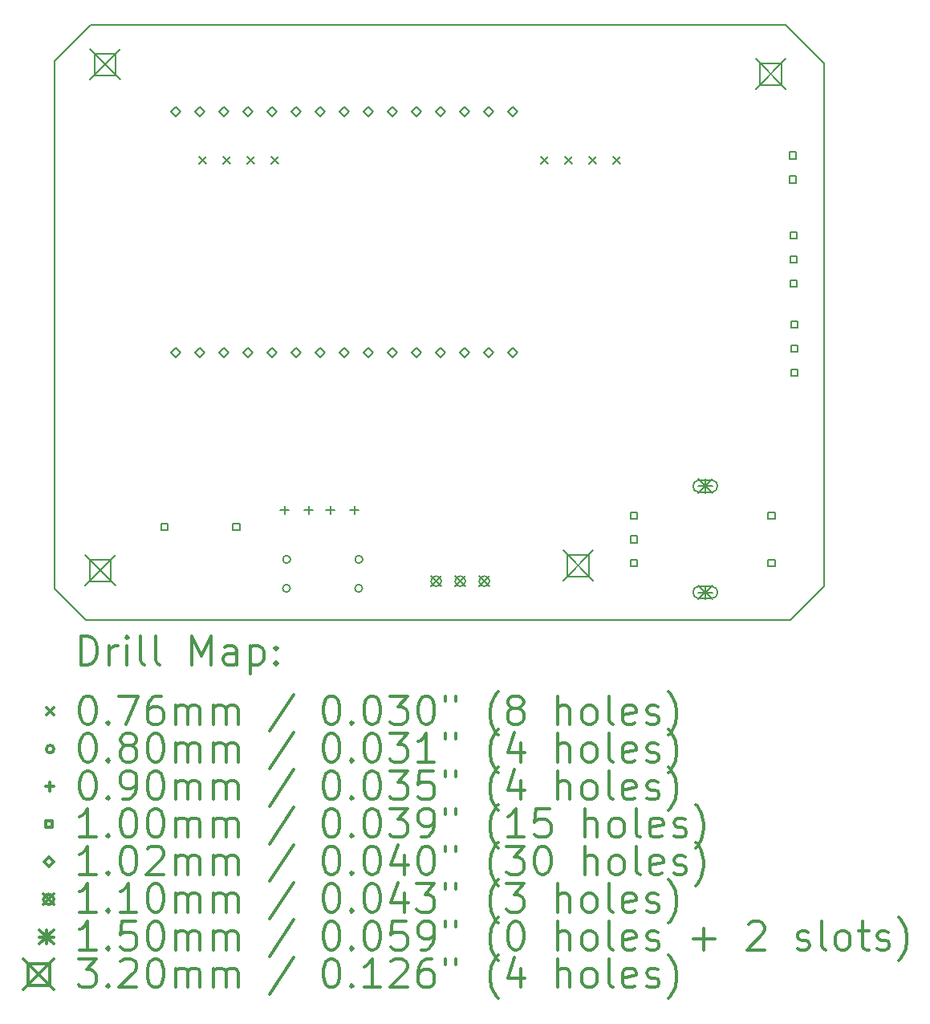
<source format=gbr>
%FSLAX45Y45*%
G04 Gerber Fmt 4.5, Leading zero omitted, Abs format (unit mm)*
G04 Created by KiCad (PCBNEW (5.0.2)-1) date 08/16/24 20:28:11*
%MOMM*%
%LPD*%
G01*
G04 APERTURE LIST*
%ADD10C,0.150000*%
%ADD11C,0.200000*%
%ADD12C,0.300000*%
G04 APERTURE END LIST*
D10*
X17392650Y-14274800D02*
X16916400Y-14274800D01*
X17741900Y-13925550D02*
X17392650Y-14274800D01*
X17741900Y-8407400D02*
X17741900Y-13925550D01*
X17335500Y-8001000D02*
X17741900Y-8407400D01*
X17221200Y-8001000D02*
X17335500Y-8001000D01*
X16814800Y-8001000D02*
X17221200Y-8001000D01*
X9626600Y-8382000D02*
X10007600Y-8001000D01*
X9626600Y-13944600D02*
X9626600Y-8382000D01*
X9956800Y-14274800D02*
X9626600Y-13944600D01*
X16916400Y-14274800D02*
X9956800Y-14274800D01*
X10007600Y-8001000D02*
X16814800Y-8001000D01*
D11*
X14757400Y-9391650D02*
X14833600Y-9467850D01*
X14833600Y-9391650D02*
X14757400Y-9467850D01*
X15011400Y-9391650D02*
X15087600Y-9467850D01*
X15087600Y-9391650D02*
X15011400Y-9467850D01*
X15265400Y-9391650D02*
X15341600Y-9467850D01*
X15341600Y-9391650D02*
X15265400Y-9467850D01*
X15519400Y-9391650D02*
X15595600Y-9467850D01*
X15595600Y-9391650D02*
X15519400Y-9467850D01*
X11150226Y-9389244D02*
X11226426Y-9465444D01*
X11226426Y-9389244D02*
X11150226Y-9465444D01*
X11404226Y-9389244D02*
X11480426Y-9465444D01*
X11480426Y-9389244D02*
X11404226Y-9465444D01*
X11658226Y-9389244D02*
X11734426Y-9465444D01*
X11734426Y-9389244D02*
X11658226Y-9465444D01*
X11912226Y-9389244D02*
X11988426Y-9465444D01*
X11988426Y-9389244D02*
X11912226Y-9465444D01*
X12112620Y-13944319D02*
G75*
G03X12112620Y-13944319I-40000J0D01*
G01*
X12874620Y-13944319D02*
G75*
G03X12874620Y-13944319I-40000J0D01*
G01*
X12114906Y-13639265D02*
G75*
G03X12114906Y-13639265I-40000J0D01*
G01*
X12876906Y-13639265D02*
G75*
G03X12876906Y-13639265I-40000J0D01*
G01*
X12052300Y-13074100D02*
X12052300Y-13164100D01*
X12007300Y-13119100D02*
X12097300Y-13119100D01*
X12306300Y-13074100D02*
X12306300Y-13164100D01*
X12261300Y-13119100D02*
X12351300Y-13119100D01*
X12534900Y-13074100D02*
X12534900Y-13164100D01*
X12489900Y-13119100D02*
X12579900Y-13119100D01*
X12788900Y-13074100D02*
X12788900Y-13164100D01*
X12743900Y-13119100D02*
X12833900Y-13119100D01*
X10818672Y-13330224D02*
X10818672Y-13259512D01*
X10747960Y-13259512D01*
X10747960Y-13330224D01*
X10818672Y-13330224D01*
X11578672Y-13330224D02*
X11578672Y-13259512D01*
X11507960Y-13259512D01*
X11507960Y-13330224D01*
X11578672Y-13330224D01*
X17466106Y-11198656D02*
X17466106Y-11127944D01*
X17395394Y-11127944D01*
X17395394Y-11198656D01*
X17466106Y-11198656D01*
X17466106Y-11452656D02*
X17466106Y-11381944D01*
X17395394Y-11381944D01*
X17395394Y-11452656D01*
X17466106Y-11452656D01*
X17466106Y-11706656D02*
X17466106Y-11635944D01*
X17395394Y-11635944D01*
X17395394Y-11706656D01*
X17466106Y-11706656D01*
X15777006Y-13211606D02*
X15777006Y-13140894D01*
X15706294Y-13140894D01*
X15706294Y-13211606D01*
X15777006Y-13211606D01*
X15777006Y-13461606D02*
X15777006Y-13390894D01*
X15706294Y-13390894D01*
X15706294Y-13461606D01*
X15777006Y-13461606D01*
X15777006Y-13711606D02*
X15777006Y-13640894D01*
X15706294Y-13640894D01*
X15706294Y-13711606D01*
X15777006Y-13711606D01*
X17227006Y-13211606D02*
X17227006Y-13140894D01*
X17156294Y-13140894D01*
X17156294Y-13211606D01*
X17227006Y-13211606D01*
X17227006Y-13711606D02*
X17227006Y-13640894D01*
X17156294Y-13640894D01*
X17156294Y-13711606D01*
X17227006Y-13711606D01*
X17453406Y-9414306D02*
X17453406Y-9343594D01*
X17382694Y-9343594D01*
X17382694Y-9414306D01*
X17453406Y-9414306D01*
X17453406Y-9668306D02*
X17453406Y-9597594D01*
X17382694Y-9597594D01*
X17382694Y-9668306D01*
X17453406Y-9668306D01*
X17459756Y-10258856D02*
X17459756Y-10188144D01*
X17389044Y-10188144D01*
X17389044Y-10258856D01*
X17459756Y-10258856D01*
X17459756Y-10512856D02*
X17459756Y-10442144D01*
X17389044Y-10442144D01*
X17389044Y-10512856D01*
X17459756Y-10512856D01*
X17459756Y-10766856D02*
X17459756Y-10696144D01*
X17389044Y-10696144D01*
X17389044Y-10766856D01*
X17459756Y-10766856D01*
X10907200Y-8966400D02*
X10958200Y-8915400D01*
X10907200Y-8864400D01*
X10856200Y-8915400D01*
X10907200Y-8966400D01*
X10907200Y-11506400D02*
X10958200Y-11455400D01*
X10907200Y-11404400D01*
X10856200Y-11455400D01*
X10907200Y-11506400D01*
X11161200Y-8966400D02*
X11212200Y-8915400D01*
X11161200Y-8864400D01*
X11110200Y-8915400D01*
X11161200Y-8966400D01*
X11161200Y-11506400D02*
X11212200Y-11455400D01*
X11161200Y-11404400D01*
X11110200Y-11455400D01*
X11161200Y-11506400D01*
X11415200Y-8966400D02*
X11466200Y-8915400D01*
X11415200Y-8864400D01*
X11364200Y-8915400D01*
X11415200Y-8966400D01*
X11415200Y-11506400D02*
X11466200Y-11455400D01*
X11415200Y-11404400D01*
X11364200Y-11455400D01*
X11415200Y-11506400D01*
X11669200Y-8966400D02*
X11720200Y-8915400D01*
X11669200Y-8864400D01*
X11618200Y-8915400D01*
X11669200Y-8966400D01*
X11669200Y-11506400D02*
X11720200Y-11455400D01*
X11669200Y-11404400D01*
X11618200Y-11455400D01*
X11669200Y-11506400D01*
X11923200Y-8966400D02*
X11974200Y-8915400D01*
X11923200Y-8864400D01*
X11872200Y-8915400D01*
X11923200Y-8966400D01*
X11923200Y-11506400D02*
X11974200Y-11455400D01*
X11923200Y-11404400D01*
X11872200Y-11455400D01*
X11923200Y-11506400D01*
X12177200Y-8966400D02*
X12228200Y-8915400D01*
X12177200Y-8864400D01*
X12126200Y-8915400D01*
X12177200Y-8966400D01*
X12177200Y-11506400D02*
X12228200Y-11455400D01*
X12177200Y-11404400D01*
X12126200Y-11455400D01*
X12177200Y-11506400D01*
X12431200Y-8966400D02*
X12482200Y-8915400D01*
X12431200Y-8864400D01*
X12380200Y-8915400D01*
X12431200Y-8966400D01*
X12431200Y-11506400D02*
X12482200Y-11455400D01*
X12431200Y-11404400D01*
X12380200Y-11455400D01*
X12431200Y-11506400D01*
X12685200Y-8966400D02*
X12736200Y-8915400D01*
X12685200Y-8864400D01*
X12634200Y-8915400D01*
X12685200Y-8966400D01*
X12685200Y-11506400D02*
X12736200Y-11455400D01*
X12685200Y-11404400D01*
X12634200Y-11455400D01*
X12685200Y-11506400D01*
X12939200Y-8966400D02*
X12990200Y-8915400D01*
X12939200Y-8864400D01*
X12888200Y-8915400D01*
X12939200Y-8966400D01*
X12939200Y-11506400D02*
X12990200Y-11455400D01*
X12939200Y-11404400D01*
X12888200Y-11455400D01*
X12939200Y-11506400D01*
X13193200Y-8966400D02*
X13244200Y-8915400D01*
X13193200Y-8864400D01*
X13142200Y-8915400D01*
X13193200Y-8966400D01*
X13193200Y-11506400D02*
X13244200Y-11455400D01*
X13193200Y-11404400D01*
X13142200Y-11455400D01*
X13193200Y-11506400D01*
X13447200Y-8966400D02*
X13498200Y-8915400D01*
X13447200Y-8864400D01*
X13396200Y-8915400D01*
X13447200Y-8966400D01*
X13447200Y-11506400D02*
X13498200Y-11455400D01*
X13447200Y-11404400D01*
X13396200Y-11455400D01*
X13447200Y-11506400D01*
X13701200Y-8966400D02*
X13752200Y-8915400D01*
X13701200Y-8864400D01*
X13650200Y-8915400D01*
X13701200Y-8966400D01*
X13701200Y-11506400D02*
X13752200Y-11455400D01*
X13701200Y-11404400D01*
X13650200Y-11455400D01*
X13701200Y-11506400D01*
X13955200Y-8966400D02*
X14006200Y-8915400D01*
X13955200Y-8864400D01*
X13904200Y-8915400D01*
X13955200Y-8966400D01*
X13955200Y-11506400D02*
X14006200Y-11455400D01*
X13955200Y-11404400D01*
X13904200Y-11455400D01*
X13955200Y-11506400D01*
X14209200Y-8966400D02*
X14260200Y-8915400D01*
X14209200Y-8864400D01*
X14158200Y-8915400D01*
X14209200Y-8966400D01*
X14209200Y-11506400D02*
X14260200Y-11455400D01*
X14209200Y-11404400D01*
X14158200Y-11455400D01*
X14209200Y-11506400D01*
X14463200Y-8966400D02*
X14514200Y-8915400D01*
X14463200Y-8864400D01*
X14412200Y-8915400D01*
X14463200Y-8966400D01*
X14463200Y-11506400D02*
X14514200Y-11455400D01*
X14463200Y-11404400D01*
X14412200Y-11455400D01*
X14463200Y-11506400D01*
X13597500Y-13813400D02*
X13707500Y-13923400D01*
X13707500Y-13813400D02*
X13597500Y-13923400D01*
X13707500Y-13868400D02*
G75*
G03X13707500Y-13868400I-55000J0D01*
G01*
X13851500Y-13813400D02*
X13961500Y-13923400D01*
X13961500Y-13813400D02*
X13851500Y-13923400D01*
X13961500Y-13868400D02*
G75*
G03X13961500Y-13868400I-55000J0D01*
G01*
X14105500Y-13813400D02*
X14215500Y-13923400D01*
X14215500Y-13813400D02*
X14105500Y-13923400D01*
X14215500Y-13868400D02*
G75*
G03X14215500Y-13868400I-55000J0D01*
G01*
X16416650Y-12791250D02*
X16566650Y-12941250D01*
X16566650Y-12791250D02*
X16416650Y-12941250D01*
X16491650Y-12791250D02*
X16491650Y-12941250D01*
X16416650Y-12866250D02*
X16566650Y-12866250D01*
X16426650Y-12931250D02*
X16556650Y-12931250D01*
X16426650Y-12801250D02*
X16556650Y-12801250D01*
X16556650Y-12931250D02*
G75*
G03X16556650Y-12801250I0J65000D01*
G01*
X16426650Y-12801250D02*
G75*
G03X16426650Y-12931250I0J-65000D01*
G01*
X16416650Y-13911250D02*
X16566650Y-14061250D01*
X16566650Y-13911250D02*
X16416650Y-14061250D01*
X16491650Y-13911250D02*
X16491650Y-14061250D01*
X16416650Y-13986250D02*
X16566650Y-13986250D01*
X16426650Y-14051250D02*
X16556650Y-14051250D01*
X16426650Y-13921250D02*
X16556650Y-13921250D01*
X16556650Y-14051250D02*
G75*
G03X16556650Y-13921250I0J65000D01*
G01*
X16426650Y-13921250D02*
G75*
G03X16426650Y-14051250I0J-65000D01*
G01*
X9949200Y-13594100D02*
X10269200Y-13914100D01*
X10269200Y-13594100D02*
X9949200Y-13914100D01*
X10222338Y-13867238D02*
X10222338Y-13640962D01*
X9996062Y-13640962D01*
X9996062Y-13867238D01*
X10222338Y-13867238D01*
X17023100Y-8361700D02*
X17343100Y-8681700D01*
X17343100Y-8361700D02*
X17023100Y-8681700D01*
X17296238Y-8634838D02*
X17296238Y-8408562D01*
X17069962Y-8408562D01*
X17069962Y-8634838D01*
X17296238Y-8634838D01*
X10000000Y-8260100D02*
X10320000Y-8580100D01*
X10320000Y-8260100D02*
X10000000Y-8580100D01*
X10273138Y-8533238D02*
X10273138Y-8306962D01*
X10046862Y-8306962D01*
X10046862Y-8533238D01*
X10273138Y-8533238D01*
X14991100Y-13543300D02*
X15311100Y-13863300D01*
X15311100Y-13543300D02*
X14991100Y-13863300D01*
X15264238Y-13816438D02*
X15264238Y-13590162D01*
X15037962Y-13590162D01*
X15037962Y-13816438D01*
X15264238Y-13816438D01*
D12*
X9905528Y-14748014D02*
X9905528Y-14448014D01*
X9976957Y-14448014D01*
X10019814Y-14462300D01*
X10048386Y-14490871D01*
X10062671Y-14519443D01*
X10076957Y-14576586D01*
X10076957Y-14619443D01*
X10062671Y-14676586D01*
X10048386Y-14705157D01*
X10019814Y-14733729D01*
X9976957Y-14748014D01*
X9905528Y-14748014D01*
X10205528Y-14748014D02*
X10205528Y-14548014D01*
X10205528Y-14605157D02*
X10219814Y-14576586D01*
X10234100Y-14562300D01*
X10262671Y-14548014D01*
X10291243Y-14548014D01*
X10391243Y-14748014D02*
X10391243Y-14548014D01*
X10391243Y-14448014D02*
X10376957Y-14462300D01*
X10391243Y-14476586D01*
X10405528Y-14462300D01*
X10391243Y-14448014D01*
X10391243Y-14476586D01*
X10576957Y-14748014D02*
X10548386Y-14733729D01*
X10534100Y-14705157D01*
X10534100Y-14448014D01*
X10734100Y-14748014D02*
X10705528Y-14733729D01*
X10691243Y-14705157D01*
X10691243Y-14448014D01*
X11076957Y-14748014D02*
X11076957Y-14448014D01*
X11176957Y-14662300D01*
X11276957Y-14448014D01*
X11276957Y-14748014D01*
X11548386Y-14748014D02*
X11548386Y-14590871D01*
X11534100Y-14562300D01*
X11505528Y-14548014D01*
X11448386Y-14548014D01*
X11419814Y-14562300D01*
X11548386Y-14733729D02*
X11519814Y-14748014D01*
X11448386Y-14748014D01*
X11419814Y-14733729D01*
X11405528Y-14705157D01*
X11405528Y-14676586D01*
X11419814Y-14648014D01*
X11448386Y-14633729D01*
X11519814Y-14633729D01*
X11548386Y-14619443D01*
X11691243Y-14548014D02*
X11691243Y-14848014D01*
X11691243Y-14562300D02*
X11719814Y-14548014D01*
X11776957Y-14548014D01*
X11805528Y-14562300D01*
X11819814Y-14576586D01*
X11834100Y-14605157D01*
X11834100Y-14690871D01*
X11819814Y-14719443D01*
X11805528Y-14733729D01*
X11776957Y-14748014D01*
X11719814Y-14748014D01*
X11691243Y-14733729D01*
X11962671Y-14719443D02*
X11976957Y-14733729D01*
X11962671Y-14748014D01*
X11948386Y-14733729D01*
X11962671Y-14719443D01*
X11962671Y-14748014D01*
X11962671Y-14562300D02*
X11976957Y-14576586D01*
X11962671Y-14590871D01*
X11948386Y-14576586D01*
X11962671Y-14562300D01*
X11962671Y-14590871D01*
X9542900Y-15204200D02*
X9619100Y-15280400D01*
X9619100Y-15204200D02*
X9542900Y-15280400D01*
X9962671Y-15078014D02*
X9991243Y-15078014D01*
X10019814Y-15092300D01*
X10034100Y-15106586D01*
X10048386Y-15135157D01*
X10062671Y-15192300D01*
X10062671Y-15263729D01*
X10048386Y-15320871D01*
X10034100Y-15349443D01*
X10019814Y-15363729D01*
X9991243Y-15378014D01*
X9962671Y-15378014D01*
X9934100Y-15363729D01*
X9919814Y-15349443D01*
X9905528Y-15320871D01*
X9891243Y-15263729D01*
X9891243Y-15192300D01*
X9905528Y-15135157D01*
X9919814Y-15106586D01*
X9934100Y-15092300D01*
X9962671Y-15078014D01*
X10191243Y-15349443D02*
X10205528Y-15363729D01*
X10191243Y-15378014D01*
X10176957Y-15363729D01*
X10191243Y-15349443D01*
X10191243Y-15378014D01*
X10305528Y-15078014D02*
X10505528Y-15078014D01*
X10376957Y-15378014D01*
X10748386Y-15078014D02*
X10691243Y-15078014D01*
X10662671Y-15092300D01*
X10648386Y-15106586D01*
X10619814Y-15149443D01*
X10605528Y-15206586D01*
X10605528Y-15320871D01*
X10619814Y-15349443D01*
X10634100Y-15363729D01*
X10662671Y-15378014D01*
X10719814Y-15378014D01*
X10748386Y-15363729D01*
X10762671Y-15349443D01*
X10776957Y-15320871D01*
X10776957Y-15249443D01*
X10762671Y-15220871D01*
X10748386Y-15206586D01*
X10719814Y-15192300D01*
X10662671Y-15192300D01*
X10634100Y-15206586D01*
X10619814Y-15220871D01*
X10605528Y-15249443D01*
X10905528Y-15378014D02*
X10905528Y-15178014D01*
X10905528Y-15206586D02*
X10919814Y-15192300D01*
X10948386Y-15178014D01*
X10991243Y-15178014D01*
X11019814Y-15192300D01*
X11034100Y-15220871D01*
X11034100Y-15378014D01*
X11034100Y-15220871D02*
X11048386Y-15192300D01*
X11076957Y-15178014D01*
X11119814Y-15178014D01*
X11148386Y-15192300D01*
X11162671Y-15220871D01*
X11162671Y-15378014D01*
X11305528Y-15378014D02*
X11305528Y-15178014D01*
X11305528Y-15206586D02*
X11319814Y-15192300D01*
X11348386Y-15178014D01*
X11391243Y-15178014D01*
X11419814Y-15192300D01*
X11434100Y-15220871D01*
X11434100Y-15378014D01*
X11434100Y-15220871D02*
X11448386Y-15192300D01*
X11476957Y-15178014D01*
X11519814Y-15178014D01*
X11548386Y-15192300D01*
X11562671Y-15220871D01*
X11562671Y-15378014D01*
X12148386Y-15063729D02*
X11891243Y-15449443D01*
X12534100Y-15078014D02*
X12562671Y-15078014D01*
X12591243Y-15092300D01*
X12605528Y-15106586D01*
X12619814Y-15135157D01*
X12634100Y-15192300D01*
X12634100Y-15263729D01*
X12619814Y-15320871D01*
X12605528Y-15349443D01*
X12591243Y-15363729D01*
X12562671Y-15378014D01*
X12534100Y-15378014D01*
X12505528Y-15363729D01*
X12491243Y-15349443D01*
X12476957Y-15320871D01*
X12462671Y-15263729D01*
X12462671Y-15192300D01*
X12476957Y-15135157D01*
X12491243Y-15106586D01*
X12505528Y-15092300D01*
X12534100Y-15078014D01*
X12762671Y-15349443D02*
X12776957Y-15363729D01*
X12762671Y-15378014D01*
X12748386Y-15363729D01*
X12762671Y-15349443D01*
X12762671Y-15378014D01*
X12962671Y-15078014D02*
X12991243Y-15078014D01*
X13019814Y-15092300D01*
X13034100Y-15106586D01*
X13048386Y-15135157D01*
X13062671Y-15192300D01*
X13062671Y-15263729D01*
X13048386Y-15320871D01*
X13034100Y-15349443D01*
X13019814Y-15363729D01*
X12991243Y-15378014D01*
X12962671Y-15378014D01*
X12934100Y-15363729D01*
X12919814Y-15349443D01*
X12905528Y-15320871D01*
X12891243Y-15263729D01*
X12891243Y-15192300D01*
X12905528Y-15135157D01*
X12919814Y-15106586D01*
X12934100Y-15092300D01*
X12962671Y-15078014D01*
X13162671Y-15078014D02*
X13348386Y-15078014D01*
X13248386Y-15192300D01*
X13291243Y-15192300D01*
X13319814Y-15206586D01*
X13334100Y-15220871D01*
X13348386Y-15249443D01*
X13348386Y-15320871D01*
X13334100Y-15349443D01*
X13319814Y-15363729D01*
X13291243Y-15378014D01*
X13205528Y-15378014D01*
X13176957Y-15363729D01*
X13162671Y-15349443D01*
X13534100Y-15078014D02*
X13562671Y-15078014D01*
X13591243Y-15092300D01*
X13605528Y-15106586D01*
X13619814Y-15135157D01*
X13634100Y-15192300D01*
X13634100Y-15263729D01*
X13619814Y-15320871D01*
X13605528Y-15349443D01*
X13591243Y-15363729D01*
X13562671Y-15378014D01*
X13534100Y-15378014D01*
X13505528Y-15363729D01*
X13491243Y-15349443D01*
X13476957Y-15320871D01*
X13462671Y-15263729D01*
X13462671Y-15192300D01*
X13476957Y-15135157D01*
X13491243Y-15106586D01*
X13505528Y-15092300D01*
X13534100Y-15078014D01*
X13748386Y-15078014D02*
X13748386Y-15135157D01*
X13862671Y-15078014D02*
X13862671Y-15135157D01*
X14305528Y-15492300D02*
X14291243Y-15478014D01*
X14262671Y-15435157D01*
X14248386Y-15406586D01*
X14234100Y-15363729D01*
X14219814Y-15292300D01*
X14219814Y-15235157D01*
X14234100Y-15163729D01*
X14248386Y-15120871D01*
X14262671Y-15092300D01*
X14291243Y-15049443D01*
X14305528Y-15035157D01*
X14462671Y-15206586D02*
X14434100Y-15192300D01*
X14419814Y-15178014D01*
X14405528Y-15149443D01*
X14405528Y-15135157D01*
X14419814Y-15106586D01*
X14434100Y-15092300D01*
X14462671Y-15078014D01*
X14519814Y-15078014D01*
X14548386Y-15092300D01*
X14562671Y-15106586D01*
X14576957Y-15135157D01*
X14576957Y-15149443D01*
X14562671Y-15178014D01*
X14548386Y-15192300D01*
X14519814Y-15206586D01*
X14462671Y-15206586D01*
X14434100Y-15220871D01*
X14419814Y-15235157D01*
X14405528Y-15263729D01*
X14405528Y-15320871D01*
X14419814Y-15349443D01*
X14434100Y-15363729D01*
X14462671Y-15378014D01*
X14519814Y-15378014D01*
X14548386Y-15363729D01*
X14562671Y-15349443D01*
X14576957Y-15320871D01*
X14576957Y-15263729D01*
X14562671Y-15235157D01*
X14548386Y-15220871D01*
X14519814Y-15206586D01*
X14934100Y-15378014D02*
X14934100Y-15078014D01*
X15062671Y-15378014D02*
X15062671Y-15220871D01*
X15048386Y-15192300D01*
X15019814Y-15178014D01*
X14976957Y-15178014D01*
X14948386Y-15192300D01*
X14934100Y-15206586D01*
X15248386Y-15378014D02*
X15219814Y-15363729D01*
X15205528Y-15349443D01*
X15191243Y-15320871D01*
X15191243Y-15235157D01*
X15205528Y-15206586D01*
X15219814Y-15192300D01*
X15248386Y-15178014D01*
X15291243Y-15178014D01*
X15319814Y-15192300D01*
X15334100Y-15206586D01*
X15348386Y-15235157D01*
X15348386Y-15320871D01*
X15334100Y-15349443D01*
X15319814Y-15363729D01*
X15291243Y-15378014D01*
X15248386Y-15378014D01*
X15519814Y-15378014D02*
X15491243Y-15363729D01*
X15476957Y-15335157D01*
X15476957Y-15078014D01*
X15748386Y-15363729D02*
X15719814Y-15378014D01*
X15662671Y-15378014D01*
X15634100Y-15363729D01*
X15619814Y-15335157D01*
X15619814Y-15220871D01*
X15634100Y-15192300D01*
X15662671Y-15178014D01*
X15719814Y-15178014D01*
X15748386Y-15192300D01*
X15762671Y-15220871D01*
X15762671Y-15249443D01*
X15619814Y-15278014D01*
X15876957Y-15363729D02*
X15905528Y-15378014D01*
X15962671Y-15378014D01*
X15991243Y-15363729D01*
X16005528Y-15335157D01*
X16005528Y-15320871D01*
X15991243Y-15292300D01*
X15962671Y-15278014D01*
X15919814Y-15278014D01*
X15891243Y-15263729D01*
X15876957Y-15235157D01*
X15876957Y-15220871D01*
X15891243Y-15192300D01*
X15919814Y-15178014D01*
X15962671Y-15178014D01*
X15991243Y-15192300D01*
X16105528Y-15492300D02*
X16119814Y-15478014D01*
X16148386Y-15435157D01*
X16162671Y-15406586D01*
X16176957Y-15363729D01*
X16191243Y-15292300D01*
X16191243Y-15235157D01*
X16176957Y-15163729D01*
X16162671Y-15120871D01*
X16148386Y-15092300D01*
X16119814Y-15049443D01*
X16105528Y-15035157D01*
X9619100Y-15638300D02*
G75*
G03X9619100Y-15638300I-40000J0D01*
G01*
X9962671Y-15474014D02*
X9991243Y-15474014D01*
X10019814Y-15488300D01*
X10034100Y-15502586D01*
X10048386Y-15531157D01*
X10062671Y-15588300D01*
X10062671Y-15659729D01*
X10048386Y-15716871D01*
X10034100Y-15745443D01*
X10019814Y-15759729D01*
X9991243Y-15774014D01*
X9962671Y-15774014D01*
X9934100Y-15759729D01*
X9919814Y-15745443D01*
X9905528Y-15716871D01*
X9891243Y-15659729D01*
X9891243Y-15588300D01*
X9905528Y-15531157D01*
X9919814Y-15502586D01*
X9934100Y-15488300D01*
X9962671Y-15474014D01*
X10191243Y-15745443D02*
X10205528Y-15759729D01*
X10191243Y-15774014D01*
X10176957Y-15759729D01*
X10191243Y-15745443D01*
X10191243Y-15774014D01*
X10376957Y-15602586D02*
X10348386Y-15588300D01*
X10334100Y-15574014D01*
X10319814Y-15545443D01*
X10319814Y-15531157D01*
X10334100Y-15502586D01*
X10348386Y-15488300D01*
X10376957Y-15474014D01*
X10434100Y-15474014D01*
X10462671Y-15488300D01*
X10476957Y-15502586D01*
X10491243Y-15531157D01*
X10491243Y-15545443D01*
X10476957Y-15574014D01*
X10462671Y-15588300D01*
X10434100Y-15602586D01*
X10376957Y-15602586D01*
X10348386Y-15616871D01*
X10334100Y-15631157D01*
X10319814Y-15659729D01*
X10319814Y-15716871D01*
X10334100Y-15745443D01*
X10348386Y-15759729D01*
X10376957Y-15774014D01*
X10434100Y-15774014D01*
X10462671Y-15759729D01*
X10476957Y-15745443D01*
X10491243Y-15716871D01*
X10491243Y-15659729D01*
X10476957Y-15631157D01*
X10462671Y-15616871D01*
X10434100Y-15602586D01*
X10676957Y-15474014D02*
X10705528Y-15474014D01*
X10734100Y-15488300D01*
X10748386Y-15502586D01*
X10762671Y-15531157D01*
X10776957Y-15588300D01*
X10776957Y-15659729D01*
X10762671Y-15716871D01*
X10748386Y-15745443D01*
X10734100Y-15759729D01*
X10705528Y-15774014D01*
X10676957Y-15774014D01*
X10648386Y-15759729D01*
X10634100Y-15745443D01*
X10619814Y-15716871D01*
X10605528Y-15659729D01*
X10605528Y-15588300D01*
X10619814Y-15531157D01*
X10634100Y-15502586D01*
X10648386Y-15488300D01*
X10676957Y-15474014D01*
X10905528Y-15774014D02*
X10905528Y-15574014D01*
X10905528Y-15602586D02*
X10919814Y-15588300D01*
X10948386Y-15574014D01*
X10991243Y-15574014D01*
X11019814Y-15588300D01*
X11034100Y-15616871D01*
X11034100Y-15774014D01*
X11034100Y-15616871D02*
X11048386Y-15588300D01*
X11076957Y-15574014D01*
X11119814Y-15574014D01*
X11148386Y-15588300D01*
X11162671Y-15616871D01*
X11162671Y-15774014D01*
X11305528Y-15774014D02*
X11305528Y-15574014D01*
X11305528Y-15602586D02*
X11319814Y-15588300D01*
X11348386Y-15574014D01*
X11391243Y-15574014D01*
X11419814Y-15588300D01*
X11434100Y-15616871D01*
X11434100Y-15774014D01*
X11434100Y-15616871D02*
X11448386Y-15588300D01*
X11476957Y-15574014D01*
X11519814Y-15574014D01*
X11548386Y-15588300D01*
X11562671Y-15616871D01*
X11562671Y-15774014D01*
X12148386Y-15459729D02*
X11891243Y-15845443D01*
X12534100Y-15474014D02*
X12562671Y-15474014D01*
X12591243Y-15488300D01*
X12605528Y-15502586D01*
X12619814Y-15531157D01*
X12634100Y-15588300D01*
X12634100Y-15659729D01*
X12619814Y-15716871D01*
X12605528Y-15745443D01*
X12591243Y-15759729D01*
X12562671Y-15774014D01*
X12534100Y-15774014D01*
X12505528Y-15759729D01*
X12491243Y-15745443D01*
X12476957Y-15716871D01*
X12462671Y-15659729D01*
X12462671Y-15588300D01*
X12476957Y-15531157D01*
X12491243Y-15502586D01*
X12505528Y-15488300D01*
X12534100Y-15474014D01*
X12762671Y-15745443D02*
X12776957Y-15759729D01*
X12762671Y-15774014D01*
X12748386Y-15759729D01*
X12762671Y-15745443D01*
X12762671Y-15774014D01*
X12962671Y-15474014D02*
X12991243Y-15474014D01*
X13019814Y-15488300D01*
X13034100Y-15502586D01*
X13048386Y-15531157D01*
X13062671Y-15588300D01*
X13062671Y-15659729D01*
X13048386Y-15716871D01*
X13034100Y-15745443D01*
X13019814Y-15759729D01*
X12991243Y-15774014D01*
X12962671Y-15774014D01*
X12934100Y-15759729D01*
X12919814Y-15745443D01*
X12905528Y-15716871D01*
X12891243Y-15659729D01*
X12891243Y-15588300D01*
X12905528Y-15531157D01*
X12919814Y-15502586D01*
X12934100Y-15488300D01*
X12962671Y-15474014D01*
X13162671Y-15474014D02*
X13348386Y-15474014D01*
X13248386Y-15588300D01*
X13291243Y-15588300D01*
X13319814Y-15602586D01*
X13334100Y-15616871D01*
X13348386Y-15645443D01*
X13348386Y-15716871D01*
X13334100Y-15745443D01*
X13319814Y-15759729D01*
X13291243Y-15774014D01*
X13205528Y-15774014D01*
X13176957Y-15759729D01*
X13162671Y-15745443D01*
X13634100Y-15774014D02*
X13462671Y-15774014D01*
X13548386Y-15774014D02*
X13548386Y-15474014D01*
X13519814Y-15516871D01*
X13491243Y-15545443D01*
X13462671Y-15559729D01*
X13748386Y-15474014D02*
X13748386Y-15531157D01*
X13862671Y-15474014D02*
X13862671Y-15531157D01*
X14305528Y-15888300D02*
X14291243Y-15874014D01*
X14262671Y-15831157D01*
X14248386Y-15802586D01*
X14234100Y-15759729D01*
X14219814Y-15688300D01*
X14219814Y-15631157D01*
X14234100Y-15559729D01*
X14248386Y-15516871D01*
X14262671Y-15488300D01*
X14291243Y-15445443D01*
X14305528Y-15431157D01*
X14548386Y-15574014D02*
X14548386Y-15774014D01*
X14476957Y-15459729D02*
X14405528Y-15674014D01*
X14591243Y-15674014D01*
X14934100Y-15774014D02*
X14934100Y-15474014D01*
X15062671Y-15774014D02*
X15062671Y-15616871D01*
X15048386Y-15588300D01*
X15019814Y-15574014D01*
X14976957Y-15574014D01*
X14948386Y-15588300D01*
X14934100Y-15602586D01*
X15248386Y-15774014D02*
X15219814Y-15759729D01*
X15205528Y-15745443D01*
X15191243Y-15716871D01*
X15191243Y-15631157D01*
X15205528Y-15602586D01*
X15219814Y-15588300D01*
X15248386Y-15574014D01*
X15291243Y-15574014D01*
X15319814Y-15588300D01*
X15334100Y-15602586D01*
X15348386Y-15631157D01*
X15348386Y-15716871D01*
X15334100Y-15745443D01*
X15319814Y-15759729D01*
X15291243Y-15774014D01*
X15248386Y-15774014D01*
X15519814Y-15774014D02*
X15491243Y-15759729D01*
X15476957Y-15731157D01*
X15476957Y-15474014D01*
X15748386Y-15759729D02*
X15719814Y-15774014D01*
X15662671Y-15774014D01*
X15634100Y-15759729D01*
X15619814Y-15731157D01*
X15619814Y-15616871D01*
X15634100Y-15588300D01*
X15662671Y-15574014D01*
X15719814Y-15574014D01*
X15748386Y-15588300D01*
X15762671Y-15616871D01*
X15762671Y-15645443D01*
X15619814Y-15674014D01*
X15876957Y-15759729D02*
X15905528Y-15774014D01*
X15962671Y-15774014D01*
X15991243Y-15759729D01*
X16005528Y-15731157D01*
X16005528Y-15716871D01*
X15991243Y-15688300D01*
X15962671Y-15674014D01*
X15919814Y-15674014D01*
X15891243Y-15659729D01*
X15876957Y-15631157D01*
X15876957Y-15616871D01*
X15891243Y-15588300D01*
X15919814Y-15574014D01*
X15962671Y-15574014D01*
X15991243Y-15588300D01*
X16105528Y-15888300D02*
X16119814Y-15874014D01*
X16148386Y-15831157D01*
X16162671Y-15802586D01*
X16176957Y-15759729D01*
X16191243Y-15688300D01*
X16191243Y-15631157D01*
X16176957Y-15559729D01*
X16162671Y-15516871D01*
X16148386Y-15488300D01*
X16119814Y-15445443D01*
X16105528Y-15431157D01*
X9574100Y-15989300D02*
X9574100Y-16079300D01*
X9529100Y-16034300D02*
X9619100Y-16034300D01*
X9962671Y-15870014D02*
X9991243Y-15870014D01*
X10019814Y-15884300D01*
X10034100Y-15898586D01*
X10048386Y-15927157D01*
X10062671Y-15984300D01*
X10062671Y-16055729D01*
X10048386Y-16112871D01*
X10034100Y-16141443D01*
X10019814Y-16155729D01*
X9991243Y-16170014D01*
X9962671Y-16170014D01*
X9934100Y-16155729D01*
X9919814Y-16141443D01*
X9905528Y-16112871D01*
X9891243Y-16055729D01*
X9891243Y-15984300D01*
X9905528Y-15927157D01*
X9919814Y-15898586D01*
X9934100Y-15884300D01*
X9962671Y-15870014D01*
X10191243Y-16141443D02*
X10205528Y-16155729D01*
X10191243Y-16170014D01*
X10176957Y-16155729D01*
X10191243Y-16141443D01*
X10191243Y-16170014D01*
X10348386Y-16170014D02*
X10405528Y-16170014D01*
X10434100Y-16155729D01*
X10448386Y-16141443D01*
X10476957Y-16098586D01*
X10491243Y-16041443D01*
X10491243Y-15927157D01*
X10476957Y-15898586D01*
X10462671Y-15884300D01*
X10434100Y-15870014D01*
X10376957Y-15870014D01*
X10348386Y-15884300D01*
X10334100Y-15898586D01*
X10319814Y-15927157D01*
X10319814Y-15998586D01*
X10334100Y-16027157D01*
X10348386Y-16041443D01*
X10376957Y-16055729D01*
X10434100Y-16055729D01*
X10462671Y-16041443D01*
X10476957Y-16027157D01*
X10491243Y-15998586D01*
X10676957Y-15870014D02*
X10705528Y-15870014D01*
X10734100Y-15884300D01*
X10748386Y-15898586D01*
X10762671Y-15927157D01*
X10776957Y-15984300D01*
X10776957Y-16055729D01*
X10762671Y-16112871D01*
X10748386Y-16141443D01*
X10734100Y-16155729D01*
X10705528Y-16170014D01*
X10676957Y-16170014D01*
X10648386Y-16155729D01*
X10634100Y-16141443D01*
X10619814Y-16112871D01*
X10605528Y-16055729D01*
X10605528Y-15984300D01*
X10619814Y-15927157D01*
X10634100Y-15898586D01*
X10648386Y-15884300D01*
X10676957Y-15870014D01*
X10905528Y-16170014D02*
X10905528Y-15970014D01*
X10905528Y-15998586D02*
X10919814Y-15984300D01*
X10948386Y-15970014D01*
X10991243Y-15970014D01*
X11019814Y-15984300D01*
X11034100Y-16012871D01*
X11034100Y-16170014D01*
X11034100Y-16012871D02*
X11048386Y-15984300D01*
X11076957Y-15970014D01*
X11119814Y-15970014D01*
X11148386Y-15984300D01*
X11162671Y-16012871D01*
X11162671Y-16170014D01*
X11305528Y-16170014D02*
X11305528Y-15970014D01*
X11305528Y-15998586D02*
X11319814Y-15984300D01*
X11348386Y-15970014D01*
X11391243Y-15970014D01*
X11419814Y-15984300D01*
X11434100Y-16012871D01*
X11434100Y-16170014D01*
X11434100Y-16012871D02*
X11448386Y-15984300D01*
X11476957Y-15970014D01*
X11519814Y-15970014D01*
X11548386Y-15984300D01*
X11562671Y-16012871D01*
X11562671Y-16170014D01*
X12148386Y-15855729D02*
X11891243Y-16241443D01*
X12534100Y-15870014D02*
X12562671Y-15870014D01*
X12591243Y-15884300D01*
X12605528Y-15898586D01*
X12619814Y-15927157D01*
X12634100Y-15984300D01*
X12634100Y-16055729D01*
X12619814Y-16112871D01*
X12605528Y-16141443D01*
X12591243Y-16155729D01*
X12562671Y-16170014D01*
X12534100Y-16170014D01*
X12505528Y-16155729D01*
X12491243Y-16141443D01*
X12476957Y-16112871D01*
X12462671Y-16055729D01*
X12462671Y-15984300D01*
X12476957Y-15927157D01*
X12491243Y-15898586D01*
X12505528Y-15884300D01*
X12534100Y-15870014D01*
X12762671Y-16141443D02*
X12776957Y-16155729D01*
X12762671Y-16170014D01*
X12748386Y-16155729D01*
X12762671Y-16141443D01*
X12762671Y-16170014D01*
X12962671Y-15870014D02*
X12991243Y-15870014D01*
X13019814Y-15884300D01*
X13034100Y-15898586D01*
X13048386Y-15927157D01*
X13062671Y-15984300D01*
X13062671Y-16055729D01*
X13048386Y-16112871D01*
X13034100Y-16141443D01*
X13019814Y-16155729D01*
X12991243Y-16170014D01*
X12962671Y-16170014D01*
X12934100Y-16155729D01*
X12919814Y-16141443D01*
X12905528Y-16112871D01*
X12891243Y-16055729D01*
X12891243Y-15984300D01*
X12905528Y-15927157D01*
X12919814Y-15898586D01*
X12934100Y-15884300D01*
X12962671Y-15870014D01*
X13162671Y-15870014D02*
X13348386Y-15870014D01*
X13248386Y-15984300D01*
X13291243Y-15984300D01*
X13319814Y-15998586D01*
X13334100Y-16012871D01*
X13348386Y-16041443D01*
X13348386Y-16112871D01*
X13334100Y-16141443D01*
X13319814Y-16155729D01*
X13291243Y-16170014D01*
X13205528Y-16170014D01*
X13176957Y-16155729D01*
X13162671Y-16141443D01*
X13619814Y-15870014D02*
X13476957Y-15870014D01*
X13462671Y-16012871D01*
X13476957Y-15998586D01*
X13505528Y-15984300D01*
X13576957Y-15984300D01*
X13605528Y-15998586D01*
X13619814Y-16012871D01*
X13634100Y-16041443D01*
X13634100Y-16112871D01*
X13619814Y-16141443D01*
X13605528Y-16155729D01*
X13576957Y-16170014D01*
X13505528Y-16170014D01*
X13476957Y-16155729D01*
X13462671Y-16141443D01*
X13748386Y-15870014D02*
X13748386Y-15927157D01*
X13862671Y-15870014D02*
X13862671Y-15927157D01*
X14305528Y-16284300D02*
X14291243Y-16270014D01*
X14262671Y-16227157D01*
X14248386Y-16198586D01*
X14234100Y-16155729D01*
X14219814Y-16084300D01*
X14219814Y-16027157D01*
X14234100Y-15955729D01*
X14248386Y-15912871D01*
X14262671Y-15884300D01*
X14291243Y-15841443D01*
X14305528Y-15827157D01*
X14548386Y-15970014D02*
X14548386Y-16170014D01*
X14476957Y-15855729D02*
X14405528Y-16070014D01*
X14591243Y-16070014D01*
X14934100Y-16170014D02*
X14934100Y-15870014D01*
X15062671Y-16170014D02*
X15062671Y-16012871D01*
X15048386Y-15984300D01*
X15019814Y-15970014D01*
X14976957Y-15970014D01*
X14948386Y-15984300D01*
X14934100Y-15998586D01*
X15248386Y-16170014D02*
X15219814Y-16155729D01*
X15205528Y-16141443D01*
X15191243Y-16112871D01*
X15191243Y-16027157D01*
X15205528Y-15998586D01*
X15219814Y-15984300D01*
X15248386Y-15970014D01*
X15291243Y-15970014D01*
X15319814Y-15984300D01*
X15334100Y-15998586D01*
X15348386Y-16027157D01*
X15348386Y-16112871D01*
X15334100Y-16141443D01*
X15319814Y-16155729D01*
X15291243Y-16170014D01*
X15248386Y-16170014D01*
X15519814Y-16170014D02*
X15491243Y-16155729D01*
X15476957Y-16127157D01*
X15476957Y-15870014D01*
X15748386Y-16155729D02*
X15719814Y-16170014D01*
X15662671Y-16170014D01*
X15634100Y-16155729D01*
X15619814Y-16127157D01*
X15619814Y-16012871D01*
X15634100Y-15984300D01*
X15662671Y-15970014D01*
X15719814Y-15970014D01*
X15748386Y-15984300D01*
X15762671Y-16012871D01*
X15762671Y-16041443D01*
X15619814Y-16070014D01*
X15876957Y-16155729D02*
X15905528Y-16170014D01*
X15962671Y-16170014D01*
X15991243Y-16155729D01*
X16005528Y-16127157D01*
X16005528Y-16112871D01*
X15991243Y-16084300D01*
X15962671Y-16070014D01*
X15919814Y-16070014D01*
X15891243Y-16055729D01*
X15876957Y-16027157D01*
X15876957Y-16012871D01*
X15891243Y-15984300D01*
X15919814Y-15970014D01*
X15962671Y-15970014D01*
X15991243Y-15984300D01*
X16105528Y-16284300D02*
X16119814Y-16270014D01*
X16148386Y-16227157D01*
X16162671Y-16198586D01*
X16176957Y-16155729D01*
X16191243Y-16084300D01*
X16191243Y-16027157D01*
X16176957Y-15955729D01*
X16162671Y-15912871D01*
X16148386Y-15884300D01*
X16119814Y-15841443D01*
X16105528Y-15827157D01*
X9604456Y-16465656D02*
X9604456Y-16394944D01*
X9533744Y-16394944D01*
X9533744Y-16465656D01*
X9604456Y-16465656D01*
X10062671Y-16566014D02*
X9891243Y-16566014D01*
X9976957Y-16566014D02*
X9976957Y-16266014D01*
X9948386Y-16308871D01*
X9919814Y-16337443D01*
X9891243Y-16351729D01*
X10191243Y-16537443D02*
X10205528Y-16551729D01*
X10191243Y-16566014D01*
X10176957Y-16551729D01*
X10191243Y-16537443D01*
X10191243Y-16566014D01*
X10391243Y-16266014D02*
X10419814Y-16266014D01*
X10448386Y-16280300D01*
X10462671Y-16294586D01*
X10476957Y-16323157D01*
X10491243Y-16380300D01*
X10491243Y-16451729D01*
X10476957Y-16508871D01*
X10462671Y-16537443D01*
X10448386Y-16551729D01*
X10419814Y-16566014D01*
X10391243Y-16566014D01*
X10362671Y-16551729D01*
X10348386Y-16537443D01*
X10334100Y-16508871D01*
X10319814Y-16451729D01*
X10319814Y-16380300D01*
X10334100Y-16323157D01*
X10348386Y-16294586D01*
X10362671Y-16280300D01*
X10391243Y-16266014D01*
X10676957Y-16266014D02*
X10705528Y-16266014D01*
X10734100Y-16280300D01*
X10748386Y-16294586D01*
X10762671Y-16323157D01*
X10776957Y-16380300D01*
X10776957Y-16451729D01*
X10762671Y-16508871D01*
X10748386Y-16537443D01*
X10734100Y-16551729D01*
X10705528Y-16566014D01*
X10676957Y-16566014D01*
X10648386Y-16551729D01*
X10634100Y-16537443D01*
X10619814Y-16508871D01*
X10605528Y-16451729D01*
X10605528Y-16380300D01*
X10619814Y-16323157D01*
X10634100Y-16294586D01*
X10648386Y-16280300D01*
X10676957Y-16266014D01*
X10905528Y-16566014D02*
X10905528Y-16366014D01*
X10905528Y-16394586D02*
X10919814Y-16380300D01*
X10948386Y-16366014D01*
X10991243Y-16366014D01*
X11019814Y-16380300D01*
X11034100Y-16408871D01*
X11034100Y-16566014D01*
X11034100Y-16408871D02*
X11048386Y-16380300D01*
X11076957Y-16366014D01*
X11119814Y-16366014D01*
X11148386Y-16380300D01*
X11162671Y-16408871D01*
X11162671Y-16566014D01*
X11305528Y-16566014D02*
X11305528Y-16366014D01*
X11305528Y-16394586D02*
X11319814Y-16380300D01*
X11348386Y-16366014D01*
X11391243Y-16366014D01*
X11419814Y-16380300D01*
X11434100Y-16408871D01*
X11434100Y-16566014D01*
X11434100Y-16408871D02*
X11448386Y-16380300D01*
X11476957Y-16366014D01*
X11519814Y-16366014D01*
X11548386Y-16380300D01*
X11562671Y-16408871D01*
X11562671Y-16566014D01*
X12148386Y-16251729D02*
X11891243Y-16637443D01*
X12534100Y-16266014D02*
X12562671Y-16266014D01*
X12591243Y-16280300D01*
X12605528Y-16294586D01*
X12619814Y-16323157D01*
X12634100Y-16380300D01*
X12634100Y-16451729D01*
X12619814Y-16508871D01*
X12605528Y-16537443D01*
X12591243Y-16551729D01*
X12562671Y-16566014D01*
X12534100Y-16566014D01*
X12505528Y-16551729D01*
X12491243Y-16537443D01*
X12476957Y-16508871D01*
X12462671Y-16451729D01*
X12462671Y-16380300D01*
X12476957Y-16323157D01*
X12491243Y-16294586D01*
X12505528Y-16280300D01*
X12534100Y-16266014D01*
X12762671Y-16537443D02*
X12776957Y-16551729D01*
X12762671Y-16566014D01*
X12748386Y-16551729D01*
X12762671Y-16537443D01*
X12762671Y-16566014D01*
X12962671Y-16266014D02*
X12991243Y-16266014D01*
X13019814Y-16280300D01*
X13034100Y-16294586D01*
X13048386Y-16323157D01*
X13062671Y-16380300D01*
X13062671Y-16451729D01*
X13048386Y-16508871D01*
X13034100Y-16537443D01*
X13019814Y-16551729D01*
X12991243Y-16566014D01*
X12962671Y-16566014D01*
X12934100Y-16551729D01*
X12919814Y-16537443D01*
X12905528Y-16508871D01*
X12891243Y-16451729D01*
X12891243Y-16380300D01*
X12905528Y-16323157D01*
X12919814Y-16294586D01*
X12934100Y-16280300D01*
X12962671Y-16266014D01*
X13162671Y-16266014D02*
X13348386Y-16266014D01*
X13248386Y-16380300D01*
X13291243Y-16380300D01*
X13319814Y-16394586D01*
X13334100Y-16408871D01*
X13348386Y-16437443D01*
X13348386Y-16508871D01*
X13334100Y-16537443D01*
X13319814Y-16551729D01*
X13291243Y-16566014D01*
X13205528Y-16566014D01*
X13176957Y-16551729D01*
X13162671Y-16537443D01*
X13491243Y-16566014D02*
X13548386Y-16566014D01*
X13576957Y-16551729D01*
X13591243Y-16537443D01*
X13619814Y-16494586D01*
X13634100Y-16437443D01*
X13634100Y-16323157D01*
X13619814Y-16294586D01*
X13605528Y-16280300D01*
X13576957Y-16266014D01*
X13519814Y-16266014D01*
X13491243Y-16280300D01*
X13476957Y-16294586D01*
X13462671Y-16323157D01*
X13462671Y-16394586D01*
X13476957Y-16423157D01*
X13491243Y-16437443D01*
X13519814Y-16451729D01*
X13576957Y-16451729D01*
X13605528Y-16437443D01*
X13619814Y-16423157D01*
X13634100Y-16394586D01*
X13748386Y-16266014D02*
X13748386Y-16323157D01*
X13862671Y-16266014D02*
X13862671Y-16323157D01*
X14305528Y-16680300D02*
X14291243Y-16666014D01*
X14262671Y-16623157D01*
X14248386Y-16594586D01*
X14234100Y-16551729D01*
X14219814Y-16480300D01*
X14219814Y-16423157D01*
X14234100Y-16351729D01*
X14248386Y-16308871D01*
X14262671Y-16280300D01*
X14291243Y-16237443D01*
X14305528Y-16223157D01*
X14576957Y-16566014D02*
X14405528Y-16566014D01*
X14491243Y-16566014D02*
X14491243Y-16266014D01*
X14462671Y-16308871D01*
X14434100Y-16337443D01*
X14405528Y-16351729D01*
X14848386Y-16266014D02*
X14705528Y-16266014D01*
X14691243Y-16408871D01*
X14705528Y-16394586D01*
X14734100Y-16380300D01*
X14805528Y-16380300D01*
X14834100Y-16394586D01*
X14848386Y-16408871D01*
X14862671Y-16437443D01*
X14862671Y-16508871D01*
X14848386Y-16537443D01*
X14834100Y-16551729D01*
X14805528Y-16566014D01*
X14734100Y-16566014D01*
X14705528Y-16551729D01*
X14691243Y-16537443D01*
X15219814Y-16566014D02*
X15219814Y-16266014D01*
X15348386Y-16566014D02*
X15348386Y-16408871D01*
X15334100Y-16380300D01*
X15305528Y-16366014D01*
X15262671Y-16366014D01*
X15234100Y-16380300D01*
X15219814Y-16394586D01*
X15534100Y-16566014D02*
X15505528Y-16551729D01*
X15491243Y-16537443D01*
X15476957Y-16508871D01*
X15476957Y-16423157D01*
X15491243Y-16394586D01*
X15505528Y-16380300D01*
X15534100Y-16366014D01*
X15576957Y-16366014D01*
X15605528Y-16380300D01*
X15619814Y-16394586D01*
X15634100Y-16423157D01*
X15634100Y-16508871D01*
X15619814Y-16537443D01*
X15605528Y-16551729D01*
X15576957Y-16566014D01*
X15534100Y-16566014D01*
X15805528Y-16566014D02*
X15776957Y-16551729D01*
X15762671Y-16523157D01*
X15762671Y-16266014D01*
X16034100Y-16551729D02*
X16005528Y-16566014D01*
X15948386Y-16566014D01*
X15919814Y-16551729D01*
X15905528Y-16523157D01*
X15905528Y-16408871D01*
X15919814Y-16380300D01*
X15948386Y-16366014D01*
X16005528Y-16366014D01*
X16034100Y-16380300D01*
X16048386Y-16408871D01*
X16048386Y-16437443D01*
X15905528Y-16466014D01*
X16162671Y-16551729D02*
X16191243Y-16566014D01*
X16248386Y-16566014D01*
X16276957Y-16551729D01*
X16291243Y-16523157D01*
X16291243Y-16508871D01*
X16276957Y-16480300D01*
X16248386Y-16466014D01*
X16205528Y-16466014D01*
X16176957Y-16451729D01*
X16162671Y-16423157D01*
X16162671Y-16408871D01*
X16176957Y-16380300D01*
X16205528Y-16366014D01*
X16248386Y-16366014D01*
X16276957Y-16380300D01*
X16391243Y-16680300D02*
X16405528Y-16666014D01*
X16434100Y-16623157D01*
X16448386Y-16594586D01*
X16462671Y-16551729D01*
X16476957Y-16480300D01*
X16476957Y-16423157D01*
X16462671Y-16351729D01*
X16448386Y-16308871D01*
X16434100Y-16280300D01*
X16405528Y-16237443D01*
X16391243Y-16223157D01*
X9568100Y-16877300D02*
X9619100Y-16826300D01*
X9568100Y-16775300D01*
X9517100Y-16826300D01*
X9568100Y-16877300D01*
X10062671Y-16962014D02*
X9891243Y-16962014D01*
X9976957Y-16962014D02*
X9976957Y-16662014D01*
X9948386Y-16704871D01*
X9919814Y-16733443D01*
X9891243Y-16747729D01*
X10191243Y-16933443D02*
X10205528Y-16947729D01*
X10191243Y-16962014D01*
X10176957Y-16947729D01*
X10191243Y-16933443D01*
X10191243Y-16962014D01*
X10391243Y-16662014D02*
X10419814Y-16662014D01*
X10448386Y-16676300D01*
X10462671Y-16690586D01*
X10476957Y-16719157D01*
X10491243Y-16776300D01*
X10491243Y-16847729D01*
X10476957Y-16904872D01*
X10462671Y-16933443D01*
X10448386Y-16947729D01*
X10419814Y-16962014D01*
X10391243Y-16962014D01*
X10362671Y-16947729D01*
X10348386Y-16933443D01*
X10334100Y-16904872D01*
X10319814Y-16847729D01*
X10319814Y-16776300D01*
X10334100Y-16719157D01*
X10348386Y-16690586D01*
X10362671Y-16676300D01*
X10391243Y-16662014D01*
X10605528Y-16690586D02*
X10619814Y-16676300D01*
X10648386Y-16662014D01*
X10719814Y-16662014D01*
X10748386Y-16676300D01*
X10762671Y-16690586D01*
X10776957Y-16719157D01*
X10776957Y-16747729D01*
X10762671Y-16790586D01*
X10591243Y-16962014D01*
X10776957Y-16962014D01*
X10905528Y-16962014D02*
X10905528Y-16762014D01*
X10905528Y-16790586D02*
X10919814Y-16776300D01*
X10948386Y-16762014D01*
X10991243Y-16762014D01*
X11019814Y-16776300D01*
X11034100Y-16804872D01*
X11034100Y-16962014D01*
X11034100Y-16804872D02*
X11048386Y-16776300D01*
X11076957Y-16762014D01*
X11119814Y-16762014D01*
X11148386Y-16776300D01*
X11162671Y-16804872D01*
X11162671Y-16962014D01*
X11305528Y-16962014D02*
X11305528Y-16762014D01*
X11305528Y-16790586D02*
X11319814Y-16776300D01*
X11348386Y-16762014D01*
X11391243Y-16762014D01*
X11419814Y-16776300D01*
X11434100Y-16804872D01*
X11434100Y-16962014D01*
X11434100Y-16804872D02*
X11448386Y-16776300D01*
X11476957Y-16762014D01*
X11519814Y-16762014D01*
X11548386Y-16776300D01*
X11562671Y-16804872D01*
X11562671Y-16962014D01*
X12148386Y-16647729D02*
X11891243Y-17033443D01*
X12534100Y-16662014D02*
X12562671Y-16662014D01*
X12591243Y-16676300D01*
X12605528Y-16690586D01*
X12619814Y-16719157D01*
X12634100Y-16776300D01*
X12634100Y-16847729D01*
X12619814Y-16904872D01*
X12605528Y-16933443D01*
X12591243Y-16947729D01*
X12562671Y-16962014D01*
X12534100Y-16962014D01*
X12505528Y-16947729D01*
X12491243Y-16933443D01*
X12476957Y-16904872D01*
X12462671Y-16847729D01*
X12462671Y-16776300D01*
X12476957Y-16719157D01*
X12491243Y-16690586D01*
X12505528Y-16676300D01*
X12534100Y-16662014D01*
X12762671Y-16933443D02*
X12776957Y-16947729D01*
X12762671Y-16962014D01*
X12748386Y-16947729D01*
X12762671Y-16933443D01*
X12762671Y-16962014D01*
X12962671Y-16662014D02*
X12991243Y-16662014D01*
X13019814Y-16676300D01*
X13034100Y-16690586D01*
X13048386Y-16719157D01*
X13062671Y-16776300D01*
X13062671Y-16847729D01*
X13048386Y-16904872D01*
X13034100Y-16933443D01*
X13019814Y-16947729D01*
X12991243Y-16962014D01*
X12962671Y-16962014D01*
X12934100Y-16947729D01*
X12919814Y-16933443D01*
X12905528Y-16904872D01*
X12891243Y-16847729D01*
X12891243Y-16776300D01*
X12905528Y-16719157D01*
X12919814Y-16690586D01*
X12934100Y-16676300D01*
X12962671Y-16662014D01*
X13319814Y-16762014D02*
X13319814Y-16962014D01*
X13248386Y-16647729D02*
X13176957Y-16862014D01*
X13362671Y-16862014D01*
X13534100Y-16662014D02*
X13562671Y-16662014D01*
X13591243Y-16676300D01*
X13605528Y-16690586D01*
X13619814Y-16719157D01*
X13634100Y-16776300D01*
X13634100Y-16847729D01*
X13619814Y-16904872D01*
X13605528Y-16933443D01*
X13591243Y-16947729D01*
X13562671Y-16962014D01*
X13534100Y-16962014D01*
X13505528Y-16947729D01*
X13491243Y-16933443D01*
X13476957Y-16904872D01*
X13462671Y-16847729D01*
X13462671Y-16776300D01*
X13476957Y-16719157D01*
X13491243Y-16690586D01*
X13505528Y-16676300D01*
X13534100Y-16662014D01*
X13748386Y-16662014D02*
X13748386Y-16719157D01*
X13862671Y-16662014D02*
X13862671Y-16719157D01*
X14305528Y-17076300D02*
X14291243Y-17062014D01*
X14262671Y-17019157D01*
X14248386Y-16990586D01*
X14234100Y-16947729D01*
X14219814Y-16876300D01*
X14219814Y-16819157D01*
X14234100Y-16747729D01*
X14248386Y-16704871D01*
X14262671Y-16676300D01*
X14291243Y-16633443D01*
X14305528Y-16619157D01*
X14391243Y-16662014D02*
X14576957Y-16662014D01*
X14476957Y-16776300D01*
X14519814Y-16776300D01*
X14548386Y-16790586D01*
X14562671Y-16804872D01*
X14576957Y-16833443D01*
X14576957Y-16904872D01*
X14562671Y-16933443D01*
X14548386Y-16947729D01*
X14519814Y-16962014D01*
X14434100Y-16962014D01*
X14405528Y-16947729D01*
X14391243Y-16933443D01*
X14762671Y-16662014D02*
X14791243Y-16662014D01*
X14819814Y-16676300D01*
X14834100Y-16690586D01*
X14848386Y-16719157D01*
X14862671Y-16776300D01*
X14862671Y-16847729D01*
X14848386Y-16904872D01*
X14834100Y-16933443D01*
X14819814Y-16947729D01*
X14791243Y-16962014D01*
X14762671Y-16962014D01*
X14734100Y-16947729D01*
X14719814Y-16933443D01*
X14705528Y-16904872D01*
X14691243Y-16847729D01*
X14691243Y-16776300D01*
X14705528Y-16719157D01*
X14719814Y-16690586D01*
X14734100Y-16676300D01*
X14762671Y-16662014D01*
X15219814Y-16962014D02*
X15219814Y-16662014D01*
X15348386Y-16962014D02*
X15348386Y-16804872D01*
X15334100Y-16776300D01*
X15305528Y-16762014D01*
X15262671Y-16762014D01*
X15234100Y-16776300D01*
X15219814Y-16790586D01*
X15534100Y-16962014D02*
X15505528Y-16947729D01*
X15491243Y-16933443D01*
X15476957Y-16904872D01*
X15476957Y-16819157D01*
X15491243Y-16790586D01*
X15505528Y-16776300D01*
X15534100Y-16762014D01*
X15576957Y-16762014D01*
X15605528Y-16776300D01*
X15619814Y-16790586D01*
X15634100Y-16819157D01*
X15634100Y-16904872D01*
X15619814Y-16933443D01*
X15605528Y-16947729D01*
X15576957Y-16962014D01*
X15534100Y-16962014D01*
X15805528Y-16962014D02*
X15776957Y-16947729D01*
X15762671Y-16919157D01*
X15762671Y-16662014D01*
X16034100Y-16947729D02*
X16005528Y-16962014D01*
X15948386Y-16962014D01*
X15919814Y-16947729D01*
X15905528Y-16919157D01*
X15905528Y-16804872D01*
X15919814Y-16776300D01*
X15948386Y-16762014D01*
X16005528Y-16762014D01*
X16034100Y-16776300D01*
X16048386Y-16804872D01*
X16048386Y-16833443D01*
X15905528Y-16862014D01*
X16162671Y-16947729D02*
X16191243Y-16962014D01*
X16248386Y-16962014D01*
X16276957Y-16947729D01*
X16291243Y-16919157D01*
X16291243Y-16904872D01*
X16276957Y-16876300D01*
X16248386Y-16862014D01*
X16205528Y-16862014D01*
X16176957Y-16847729D01*
X16162671Y-16819157D01*
X16162671Y-16804872D01*
X16176957Y-16776300D01*
X16205528Y-16762014D01*
X16248386Y-16762014D01*
X16276957Y-16776300D01*
X16391243Y-17076300D02*
X16405528Y-17062014D01*
X16434100Y-17019157D01*
X16448386Y-16990586D01*
X16462671Y-16947729D01*
X16476957Y-16876300D01*
X16476957Y-16819157D01*
X16462671Y-16747729D01*
X16448386Y-16704871D01*
X16434100Y-16676300D01*
X16405528Y-16633443D01*
X16391243Y-16619157D01*
X9509100Y-17167300D02*
X9619100Y-17277300D01*
X9619100Y-17167300D02*
X9509100Y-17277300D01*
X9619100Y-17222300D02*
G75*
G03X9619100Y-17222300I-55000J0D01*
G01*
X10062671Y-17358014D02*
X9891243Y-17358014D01*
X9976957Y-17358014D02*
X9976957Y-17058014D01*
X9948386Y-17100872D01*
X9919814Y-17129443D01*
X9891243Y-17143729D01*
X10191243Y-17329443D02*
X10205528Y-17343729D01*
X10191243Y-17358014D01*
X10176957Y-17343729D01*
X10191243Y-17329443D01*
X10191243Y-17358014D01*
X10491243Y-17358014D02*
X10319814Y-17358014D01*
X10405528Y-17358014D02*
X10405528Y-17058014D01*
X10376957Y-17100872D01*
X10348386Y-17129443D01*
X10319814Y-17143729D01*
X10676957Y-17058014D02*
X10705528Y-17058014D01*
X10734100Y-17072300D01*
X10748386Y-17086586D01*
X10762671Y-17115157D01*
X10776957Y-17172300D01*
X10776957Y-17243729D01*
X10762671Y-17300872D01*
X10748386Y-17329443D01*
X10734100Y-17343729D01*
X10705528Y-17358014D01*
X10676957Y-17358014D01*
X10648386Y-17343729D01*
X10634100Y-17329443D01*
X10619814Y-17300872D01*
X10605528Y-17243729D01*
X10605528Y-17172300D01*
X10619814Y-17115157D01*
X10634100Y-17086586D01*
X10648386Y-17072300D01*
X10676957Y-17058014D01*
X10905528Y-17358014D02*
X10905528Y-17158014D01*
X10905528Y-17186586D02*
X10919814Y-17172300D01*
X10948386Y-17158014D01*
X10991243Y-17158014D01*
X11019814Y-17172300D01*
X11034100Y-17200872D01*
X11034100Y-17358014D01*
X11034100Y-17200872D02*
X11048386Y-17172300D01*
X11076957Y-17158014D01*
X11119814Y-17158014D01*
X11148386Y-17172300D01*
X11162671Y-17200872D01*
X11162671Y-17358014D01*
X11305528Y-17358014D02*
X11305528Y-17158014D01*
X11305528Y-17186586D02*
X11319814Y-17172300D01*
X11348386Y-17158014D01*
X11391243Y-17158014D01*
X11419814Y-17172300D01*
X11434100Y-17200872D01*
X11434100Y-17358014D01*
X11434100Y-17200872D02*
X11448386Y-17172300D01*
X11476957Y-17158014D01*
X11519814Y-17158014D01*
X11548386Y-17172300D01*
X11562671Y-17200872D01*
X11562671Y-17358014D01*
X12148386Y-17043729D02*
X11891243Y-17429443D01*
X12534100Y-17058014D02*
X12562671Y-17058014D01*
X12591243Y-17072300D01*
X12605528Y-17086586D01*
X12619814Y-17115157D01*
X12634100Y-17172300D01*
X12634100Y-17243729D01*
X12619814Y-17300872D01*
X12605528Y-17329443D01*
X12591243Y-17343729D01*
X12562671Y-17358014D01*
X12534100Y-17358014D01*
X12505528Y-17343729D01*
X12491243Y-17329443D01*
X12476957Y-17300872D01*
X12462671Y-17243729D01*
X12462671Y-17172300D01*
X12476957Y-17115157D01*
X12491243Y-17086586D01*
X12505528Y-17072300D01*
X12534100Y-17058014D01*
X12762671Y-17329443D02*
X12776957Y-17343729D01*
X12762671Y-17358014D01*
X12748386Y-17343729D01*
X12762671Y-17329443D01*
X12762671Y-17358014D01*
X12962671Y-17058014D02*
X12991243Y-17058014D01*
X13019814Y-17072300D01*
X13034100Y-17086586D01*
X13048386Y-17115157D01*
X13062671Y-17172300D01*
X13062671Y-17243729D01*
X13048386Y-17300872D01*
X13034100Y-17329443D01*
X13019814Y-17343729D01*
X12991243Y-17358014D01*
X12962671Y-17358014D01*
X12934100Y-17343729D01*
X12919814Y-17329443D01*
X12905528Y-17300872D01*
X12891243Y-17243729D01*
X12891243Y-17172300D01*
X12905528Y-17115157D01*
X12919814Y-17086586D01*
X12934100Y-17072300D01*
X12962671Y-17058014D01*
X13319814Y-17158014D02*
X13319814Y-17358014D01*
X13248386Y-17043729D02*
X13176957Y-17258014D01*
X13362671Y-17258014D01*
X13448386Y-17058014D02*
X13634100Y-17058014D01*
X13534100Y-17172300D01*
X13576957Y-17172300D01*
X13605528Y-17186586D01*
X13619814Y-17200872D01*
X13634100Y-17229443D01*
X13634100Y-17300872D01*
X13619814Y-17329443D01*
X13605528Y-17343729D01*
X13576957Y-17358014D01*
X13491243Y-17358014D01*
X13462671Y-17343729D01*
X13448386Y-17329443D01*
X13748386Y-17058014D02*
X13748386Y-17115157D01*
X13862671Y-17058014D02*
X13862671Y-17115157D01*
X14305528Y-17472300D02*
X14291243Y-17458014D01*
X14262671Y-17415157D01*
X14248386Y-17386586D01*
X14234100Y-17343729D01*
X14219814Y-17272300D01*
X14219814Y-17215157D01*
X14234100Y-17143729D01*
X14248386Y-17100872D01*
X14262671Y-17072300D01*
X14291243Y-17029443D01*
X14305528Y-17015157D01*
X14391243Y-17058014D02*
X14576957Y-17058014D01*
X14476957Y-17172300D01*
X14519814Y-17172300D01*
X14548386Y-17186586D01*
X14562671Y-17200872D01*
X14576957Y-17229443D01*
X14576957Y-17300872D01*
X14562671Y-17329443D01*
X14548386Y-17343729D01*
X14519814Y-17358014D01*
X14434100Y-17358014D01*
X14405528Y-17343729D01*
X14391243Y-17329443D01*
X14934100Y-17358014D02*
X14934100Y-17058014D01*
X15062671Y-17358014D02*
X15062671Y-17200872D01*
X15048386Y-17172300D01*
X15019814Y-17158014D01*
X14976957Y-17158014D01*
X14948386Y-17172300D01*
X14934100Y-17186586D01*
X15248386Y-17358014D02*
X15219814Y-17343729D01*
X15205528Y-17329443D01*
X15191243Y-17300872D01*
X15191243Y-17215157D01*
X15205528Y-17186586D01*
X15219814Y-17172300D01*
X15248386Y-17158014D01*
X15291243Y-17158014D01*
X15319814Y-17172300D01*
X15334100Y-17186586D01*
X15348386Y-17215157D01*
X15348386Y-17300872D01*
X15334100Y-17329443D01*
X15319814Y-17343729D01*
X15291243Y-17358014D01*
X15248386Y-17358014D01*
X15519814Y-17358014D02*
X15491243Y-17343729D01*
X15476957Y-17315157D01*
X15476957Y-17058014D01*
X15748386Y-17343729D02*
X15719814Y-17358014D01*
X15662671Y-17358014D01*
X15634100Y-17343729D01*
X15619814Y-17315157D01*
X15619814Y-17200872D01*
X15634100Y-17172300D01*
X15662671Y-17158014D01*
X15719814Y-17158014D01*
X15748386Y-17172300D01*
X15762671Y-17200872D01*
X15762671Y-17229443D01*
X15619814Y-17258014D01*
X15876957Y-17343729D02*
X15905528Y-17358014D01*
X15962671Y-17358014D01*
X15991243Y-17343729D01*
X16005528Y-17315157D01*
X16005528Y-17300872D01*
X15991243Y-17272300D01*
X15962671Y-17258014D01*
X15919814Y-17258014D01*
X15891243Y-17243729D01*
X15876957Y-17215157D01*
X15876957Y-17200872D01*
X15891243Y-17172300D01*
X15919814Y-17158014D01*
X15962671Y-17158014D01*
X15991243Y-17172300D01*
X16105528Y-17472300D02*
X16119814Y-17458014D01*
X16148386Y-17415157D01*
X16162671Y-17386586D01*
X16176957Y-17343729D01*
X16191243Y-17272300D01*
X16191243Y-17215157D01*
X16176957Y-17143729D01*
X16162671Y-17100872D01*
X16148386Y-17072300D01*
X16119814Y-17029443D01*
X16105528Y-17015157D01*
X9469100Y-17543300D02*
X9619100Y-17693300D01*
X9619100Y-17543300D02*
X9469100Y-17693300D01*
X9544100Y-17543300D02*
X9544100Y-17693300D01*
X9469100Y-17618300D02*
X9619100Y-17618300D01*
X10062671Y-17754014D02*
X9891243Y-17754014D01*
X9976957Y-17754014D02*
X9976957Y-17454014D01*
X9948386Y-17496872D01*
X9919814Y-17525443D01*
X9891243Y-17539729D01*
X10191243Y-17725443D02*
X10205528Y-17739729D01*
X10191243Y-17754014D01*
X10176957Y-17739729D01*
X10191243Y-17725443D01*
X10191243Y-17754014D01*
X10476957Y-17454014D02*
X10334100Y-17454014D01*
X10319814Y-17596872D01*
X10334100Y-17582586D01*
X10362671Y-17568300D01*
X10434100Y-17568300D01*
X10462671Y-17582586D01*
X10476957Y-17596872D01*
X10491243Y-17625443D01*
X10491243Y-17696872D01*
X10476957Y-17725443D01*
X10462671Y-17739729D01*
X10434100Y-17754014D01*
X10362671Y-17754014D01*
X10334100Y-17739729D01*
X10319814Y-17725443D01*
X10676957Y-17454014D02*
X10705528Y-17454014D01*
X10734100Y-17468300D01*
X10748386Y-17482586D01*
X10762671Y-17511157D01*
X10776957Y-17568300D01*
X10776957Y-17639729D01*
X10762671Y-17696872D01*
X10748386Y-17725443D01*
X10734100Y-17739729D01*
X10705528Y-17754014D01*
X10676957Y-17754014D01*
X10648386Y-17739729D01*
X10634100Y-17725443D01*
X10619814Y-17696872D01*
X10605528Y-17639729D01*
X10605528Y-17568300D01*
X10619814Y-17511157D01*
X10634100Y-17482586D01*
X10648386Y-17468300D01*
X10676957Y-17454014D01*
X10905528Y-17754014D02*
X10905528Y-17554014D01*
X10905528Y-17582586D02*
X10919814Y-17568300D01*
X10948386Y-17554014D01*
X10991243Y-17554014D01*
X11019814Y-17568300D01*
X11034100Y-17596872D01*
X11034100Y-17754014D01*
X11034100Y-17596872D02*
X11048386Y-17568300D01*
X11076957Y-17554014D01*
X11119814Y-17554014D01*
X11148386Y-17568300D01*
X11162671Y-17596872D01*
X11162671Y-17754014D01*
X11305528Y-17754014D02*
X11305528Y-17554014D01*
X11305528Y-17582586D02*
X11319814Y-17568300D01*
X11348386Y-17554014D01*
X11391243Y-17554014D01*
X11419814Y-17568300D01*
X11434100Y-17596872D01*
X11434100Y-17754014D01*
X11434100Y-17596872D02*
X11448386Y-17568300D01*
X11476957Y-17554014D01*
X11519814Y-17554014D01*
X11548386Y-17568300D01*
X11562671Y-17596872D01*
X11562671Y-17754014D01*
X12148386Y-17439729D02*
X11891243Y-17825443D01*
X12534100Y-17454014D02*
X12562671Y-17454014D01*
X12591243Y-17468300D01*
X12605528Y-17482586D01*
X12619814Y-17511157D01*
X12634100Y-17568300D01*
X12634100Y-17639729D01*
X12619814Y-17696872D01*
X12605528Y-17725443D01*
X12591243Y-17739729D01*
X12562671Y-17754014D01*
X12534100Y-17754014D01*
X12505528Y-17739729D01*
X12491243Y-17725443D01*
X12476957Y-17696872D01*
X12462671Y-17639729D01*
X12462671Y-17568300D01*
X12476957Y-17511157D01*
X12491243Y-17482586D01*
X12505528Y-17468300D01*
X12534100Y-17454014D01*
X12762671Y-17725443D02*
X12776957Y-17739729D01*
X12762671Y-17754014D01*
X12748386Y-17739729D01*
X12762671Y-17725443D01*
X12762671Y-17754014D01*
X12962671Y-17454014D02*
X12991243Y-17454014D01*
X13019814Y-17468300D01*
X13034100Y-17482586D01*
X13048386Y-17511157D01*
X13062671Y-17568300D01*
X13062671Y-17639729D01*
X13048386Y-17696872D01*
X13034100Y-17725443D01*
X13019814Y-17739729D01*
X12991243Y-17754014D01*
X12962671Y-17754014D01*
X12934100Y-17739729D01*
X12919814Y-17725443D01*
X12905528Y-17696872D01*
X12891243Y-17639729D01*
X12891243Y-17568300D01*
X12905528Y-17511157D01*
X12919814Y-17482586D01*
X12934100Y-17468300D01*
X12962671Y-17454014D01*
X13334100Y-17454014D02*
X13191243Y-17454014D01*
X13176957Y-17596872D01*
X13191243Y-17582586D01*
X13219814Y-17568300D01*
X13291243Y-17568300D01*
X13319814Y-17582586D01*
X13334100Y-17596872D01*
X13348386Y-17625443D01*
X13348386Y-17696872D01*
X13334100Y-17725443D01*
X13319814Y-17739729D01*
X13291243Y-17754014D01*
X13219814Y-17754014D01*
X13191243Y-17739729D01*
X13176957Y-17725443D01*
X13491243Y-17754014D02*
X13548386Y-17754014D01*
X13576957Y-17739729D01*
X13591243Y-17725443D01*
X13619814Y-17682586D01*
X13634100Y-17625443D01*
X13634100Y-17511157D01*
X13619814Y-17482586D01*
X13605528Y-17468300D01*
X13576957Y-17454014D01*
X13519814Y-17454014D01*
X13491243Y-17468300D01*
X13476957Y-17482586D01*
X13462671Y-17511157D01*
X13462671Y-17582586D01*
X13476957Y-17611157D01*
X13491243Y-17625443D01*
X13519814Y-17639729D01*
X13576957Y-17639729D01*
X13605528Y-17625443D01*
X13619814Y-17611157D01*
X13634100Y-17582586D01*
X13748386Y-17454014D02*
X13748386Y-17511157D01*
X13862671Y-17454014D02*
X13862671Y-17511157D01*
X14305528Y-17868300D02*
X14291243Y-17854014D01*
X14262671Y-17811157D01*
X14248386Y-17782586D01*
X14234100Y-17739729D01*
X14219814Y-17668300D01*
X14219814Y-17611157D01*
X14234100Y-17539729D01*
X14248386Y-17496872D01*
X14262671Y-17468300D01*
X14291243Y-17425443D01*
X14305528Y-17411157D01*
X14476957Y-17454014D02*
X14505528Y-17454014D01*
X14534100Y-17468300D01*
X14548386Y-17482586D01*
X14562671Y-17511157D01*
X14576957Y-17568300D01*
X14576957Y-17639729D01*
X14562671Y-17696872D01*
X14548386Y-17725443D01*
X14534100Y-17739729D01*
X14505528Y-17754014D01*
X14476957Y-17754014D01*
X14448386Y-17739729D01*
X14434100Y-17725443D01*
X14419814Y-17696872D01*
X14405528Y-17639729D01*
X14405528Y-17568300D01*
X14419814Y-17511157D01*
X14434100Y-17482586D01*
X14448386Y-17468300D01*
X14476957Y-17454014D01*
X14934100Y-17754014D02*
X14934100Y-17454014D01*
X15062671Y-17754014D02*
X15062671Y-17596872D01*
X15048386Y-17568300D01*
X15019814Y-17554014D01*
X14976957Y-17554014D01*
X14948386Y-17568300D01*
X14934100Y-17582586D01*
X15248386Y-17754014D02*
X15219814Y-17739729D01*
X15205528Y-17725443D01*
X15191243Y-17696872D01*
X15191243Y-17611157D01*
X15205528Y-17582586D01*
X15219814Y-17568300D01*
X15248386Y-17554014D01*
X15291243Y-17554014D01*
X15319814Y-17568300D01*
X15334100Y-17582586D01*
X15348386Y-17611157D01*
X15348386Y-17696872D01*
X15334100Y-17725443D01*
X15319814Y-17739729D01*
X15291243Y-17754014D01*
X15248386Y-17754014D01*
X15519814Y-17754014D02*
X15491243Y-17739729D01*
X15476957Y-17711157D01*
X15476957Y-17454014D01*
X15748386Y-17739729D02*
X15719814Y-17754014D01*
X15662671Y-17754014D01*
X15634100Y-17739729D01*
X15619814Y-17711157D01*
X15619814Y-17596872D01*
X15634100Y-17568300D01*
X15662671Y-17554014D01*
X15719814Y-17554014D01*
X15748386Y-17568300D01*
X15762671Y-17596872D01*
X15762671Y-17625443D01*
X15619814Y-17654014D01*
X15876957Y-17739729D02*
X15905528Y-17754014D01*
X15962671Y-17754014D01*
X15991243Y-17739729D01*
X16005528Y-17711157D01*
X16005528Y-17696872D01*
X15991243Y-17668300D01*
X15962671Y-17654014D01*
X15919814Y-17654014D01*
X15891243Y-17639729D01*
X15876957Y-17611157D01*
X15876957Y-17596872D01*
X15891243Y-17568300D01*
X15919814Y-17554014D01*
X15962671Y-17554014D01*
X15991243Y-17568300D01*
X16362671Y-17639729D02*
X16591243Y-17639729D01*
X16476957Y-17754014D02*
X16476957Y-17525443D01*
X16948386Y-17482586D02*
X16962671Y-17468300D01*
X16991243Y-17454014D01*
X17062671Y-17454014D01*
X17091243Y-17468300D01*
X17105528Y-17482586D01*
X17119814Y-17511157D01*
X17119814Y-17539729D01*
X17105528Y-17582586D01*
X16934100Y-17754014D01*
X17119814Y-17754014D01*
X17462671Y-17739729D02*
X17491243Y-17754014D01*
X17548386Y-17754014D01*
X17576957Y-17739729D01*
X17591243Y-17711157D01*
X17591243Y-17696872D01*
X17576957Y-17668300D01*
X17548386Y-17654014D01*
X17505528Y-17654014D01*
X17476957Y-17639729D01*
X17462671Y-17611157D01*
X17462671Y-17596872D01*
X17476957Y-17568300D01*
X17505528Y-17554014D01*
X17548386Y-17554014D01*
X17576957Y-17568300D01*
X17762671Y-17754014D02*
X17734100Y-17739729D01*
X17719814Y-17711157D01*
X17719814Y-17454014D01*
X17919814Y-17754014D02*
X17891243Y-17739729D01*
X17876957Y-17725443D01*
X17862671Y-17696872D01*
X17862671Y-17611157D01*
X17876957Y-17582586D01*
X17891243Y-17568300D01*
X17919814Y-17554014D01*
X17962671Y-17554014D01*
X17991243Y-17568300D01*
X18005528Y-17582586D01*
X18019814Y-17611157D01*
X18019814Y-17696872D01*
X18005528Y-17725443D01*
X17991243Y-17739729D01*
X17962671Y-17754014D01*
X17919814Y-17754014D01*
X18105528Y-17554014D02*
X18219814Y-17554014D01*
X18148386Y-17454014D02*
X18148386Y-17711157D01*
X18162671Y-17739729D01*
X18191243Y-17754014D01*
X18219814Y-17754014D01*
X18305528Y-17739729D02*
X18334100Y-17754014D01*
X18391243Y-17754014D01*
X18419814Y-17739729D01*
X18434100Y-17711157D01*
X18434100Y-17696872D01*
X18419814Y-17668300D01*
X18391243Y-17654014D01*
X18348386Y-17654014D01*
X18319814Y-17639729D01*
X18305528Y-17611157D01*
X18305528Y-17596872D01*
X18319814Y-17568300D01*
X18348386Y-17554014D01*
X18391243Y-17554014D01*
X18419814Y-17568300D01*
X18534100Y-17868300D02*
X18548386Y-17854014D01*
X18576957Y-17811157D01*
X18591243Y-17782586D01*
X18605528Y-17739729D01*
X18619814Y-17668300D01*
X18619814Y-17611157D01*
X18605528Y-17539729D01*
X18591243Y-17496872D01*
X18576957Y-17468300D01*
X18548386Y-17425443D01*
X18534100Y-17411157D01*
X9299100Y-17854300D02*
X9619100Y-18174300D01*
X9619100Y-17854300D02*
X9299100Y-18174300D01*
X9572238Y-18127438D02*
X9572238Y-17901162D01*
X9345962Y-17901162D01*
X9345962Y-18127438D01*
X9572238Y-18127438D01*
X9876957Y-17850014D02*
X10062671Y-17850014D01*
X9962671Y-17964300D01*
X10005528Y-17964300D01*
X10034100Y-17978586D01*
X10048386Y-17992872D01*
X10062671Y-18021443D01*
X10062671Y-18092872D01*
X10048386Y-18121443D01*
X10034100Y-18135729D01*
X10005528Y-18150014D01*
X9919814Y-18150014D01*
X9891243Y-18135729D01*
X9876957Y-18121443D01*
X10191243Y-18121443D02*
X10205528Y-18135729D01*
X10191243Y-18150014D01*
X10176957Y-18135729D01*
X10191243Y-18121443D01*
X10191243Y-18150014D01*
X10319814Y-17878586D02*
X10334100Y-17864300D01*
X10362671Y-17850014D01*
X10434100Y-17850014D01*
X10462671Y-17864300D01*
X10476957Y-17878586D01*
X10491243Y-17907157D01*
X10491243Y-17935729D01*
X10476957Y-17978586D01*
X10305528Y-18150014D01*
X10491243Y-18150014D01*
X10676957Y-17850014D02*
X10705528Y-17850014D01*
X10734100Y-17864300D01*
X10748386Y-17878586D01*
X10762671Y-17907157D01*
X10776957Y-17964300D01*
X10776957Y-18035729D01*
X10762671Y-18092872D01*
X10748386Y-18121443D01*
X10734100Y-18135729D01*
X10705528Y-18150014D01*
X10676957Y-18150014D01*
X10648386Y-18135729D01*
X10634100Y-18121443D01*
X10619814Y-18092872D01*
X10605528Y-18035729D01*
X10605528Y-17964300D01*
X10619814Y-17907157D01*
X10634100Y-17878586D01*
X10648386Y-17864300D01*
X10676957Y-17850014D01*
X10905528Y-18150014D02*
X10905528Y-17950014D01*
X10905528Y-17978586D02*
X10919814Y-17964300D01*
X10948386Y-17950014D01*
X10991243Y-17950014D01*
X11019814Y-17964300D01*
X11034100Y-17992872D01*
X11034100Y-18150014D01*
X11034100Y-17992872D02*
X11048386Y-17964300D01*
X11076957Y-17950014D01*
X11119814Y-17950014D01*
X11148386Y-17964300D01*
X11162671Y-17992872D01*
X11162671Y-18150014D01*
X11305528Y-18150014D02*
X11305528Y-17950014D01*
X11305528Y-17978586D02*
X11319814Y-17964300D01*
X11348386Y-17950014D01*
X11391243Y-17950014D01*
X11419814Y-17964300D01*
X11434100Y-17992872D01*
X11434100Y-18150014D01*
X11434100Y-17992872D02*
X11448386Y-17964300D01*
X11476957Y-17950014D01*
X11519814Y-17950014D01*
X11548386Y-17964300D01*
X11562671Y-17992872D01*
X11562671Y-18150014D01*
X12148386Y-17835729D02*
X11891243Y-18221443D01*
X12534100Y-17850014D02*
X12562671Y-17850014D01*
X12591243Y-17864300D01*
X12605528Y-17878586D01*
X12619814Y-17907157D01*
X12634100Y-17964300D01*
X12634100Y-18035729D01*
X12619814Y-18092872D01*
X12605528Y-18121443D01*
X12591243Y-18135729D01*
X12562671Y-18150014D01*
X12534100Y-18150014D01*
X12505528Y-18135729D01*
X12491243Y-18121443D01*
X12476957Y-18092872D01*
X12462671Y-18035729D01*
X12462671Y-17964300D01*
X12476957Y-17907157D01*
X12491243Y-17878586D01*
X12505528Y-17864300D01*
X12534100Y-17850014D01*
X12762671Y-18121443D02*
X12776957Y-18135729D01*
X12762671Y-18150014D01*
X12748386Y-18135729D01*
X12762671Y-18121443D01*
X12762671Y-18150014D01*
X13062671Y-18150014D02*
X12891243Y-18150014D01*
X12976957Y-18150014D02*
X12976957Y-17850014D01*
X12948386Y-17892872D01*
X12919814Y-17921443D01*
X12891243Y-17935729D01*
X13176957Y-17878586D02*
X13191243Y-17864300D01*
X13219814Y-17850014D01*
X13291243Y-17850014D01*
X13319814Y-17864300D01*
X13334100Y-17878586D01*
X13348386Y-17907157D01*
X13348386Y-17935729D01*
X13334100Y-17978586D01*
X13162671Y-18150014D01*
X13348386Y-18150014D01*
X13605528Y-17850014D02*
X13548386Y-17850014D01*
X13519814Y-17864300D01*
X13505528Y-17878586D01*
X13476957Y-17921443D01*
X13462671Y-17978586D01*
X13462671Y-18092872D01*
X13476957Y-18121443D01*
X13491243Y-18135729D01*
X13519814Y-18150014D01*
X13576957Y-18150014D01*
X13605528Y-18135729D01*
X13619814Y-18121443D01*
X13634100Y-18092872D01*
X13634100Y-18021443D01*
X13619814Y-17992872D01*
X13605528Y-17978586D01*
X13576957Y-17964300D01*
X13519814Y-17964300D01*
X13491243Y-17978586D01*
X13476957Y-17992872D01*
X13462671Y-18021443D01*
X13748386Y-17850014D02*
X13748386Y-17907157D01*
X13862671Y-17850014D02*
X13862671Y-17907157D01*
X14305528Y-18264300D02*
X14291243Y-18250014D01*
X14262671Y-18207157D01*
X14248386Y-18178586D01*
X14234100Y-18135729D01*
X14219814Y-18064300D01*
X14219814Y-18007157D01*
X14234100Y-17935729D01*
X14248386Y-17892872D01*
X14262671Y-17864300D01*
X14291243Y-17821443D01*
X14305528Y-17807157D01*
X14548386Y-17950014D02*
X14548386Y-18150014D01*
X14476957Y-17835729D02*
X14405528Y-18050014D01*
X14591243Y-18050014D01*
X14934100Y-18150014D02*
X14934100Y-17850014D01*
X15062671Y-18150014D02*
X15062671Y-17992872D01*
X15048386Y-17964300D01*
X15019814Y-17950014D01*
X14976957Y-17950014D01*
X14948386Y-17964300D01*
X14934100Y-17978586D01*
X15248386Y-18150014D02*
X15219814Y-18135729D01*
X15205528Y-18121443D01*
X15191243Y-18092872D01*
X15191243Y-18007157D01*
X15205528Y-17978586D01*
X15219814Y-17964300D01*
X15248386Y-17950014D01*
X15291243Y-17950014D01*
X15319814Y-17964300D01*
X15334100Y-17978586D01*
X15348386Y-18007157D01*
X15348386Y-18092872D01*
X15334100Y-18121443D01*
X15319814Y-18135729D01*
X15291243Y-18150014D01*
X15248386Y-18150014D01*
X15519814Y-18150014D02*
X15491243Y-18135729D01*
X15476957Y-18107157D01*
X15476957Y-17850014D01*
X15748386Y-18135729D02*
X15719814Y-18150014D01*
X15662671Y-18150014D01*
X15634100Y-18135729D01*
X15619814Y-18107157D01*
X15619814Y-17992872D01*
X15634100Y-17964300D01*
X15662671Y-17950014D01*
X15719814Y-17950014D01*
X15748386Y-17964300D01*
X15762671Y-17992872D01*
X15762671Y-18021443D01*
X15619814Y-18050014D01*
X15876957Y-18135729D02*
X15905528Y-18150014D01*
X15962671Y-18150014D01*
X15991243Y-18135729D01*
X16005528Y-18107157D01*
X16005528Y-18092872D01*
X15991243Y-18064300D01*
X15962671Y-18050014D01*
X15919814Y-18050014D01*
X15891243Y-18035729D01*
X15876957Y-18007157D01*
X15876957Y-17992872D01*
X15891243Y-17964300D01*
X15919814Y-17950014D01*
X15962671Y-17950014D01*
X15991243Y-17964300D01*
X16105528Y-18264300D02*
X16119814Y-18250014D01*
X16148386Y-18207157D01*
X16162671Y-18178586D01*
X16176957Y-18135729D01*
X16191243Y-18064300D01*
X16191243Y-18007157D01*
X16176957Y-17935729D01*
X16162671Y-17892872D01*
X16148386Y-17864300D01*
X16119814Y-17821443D01*
X16105528Y-17807157D01*
M02*

</source>
